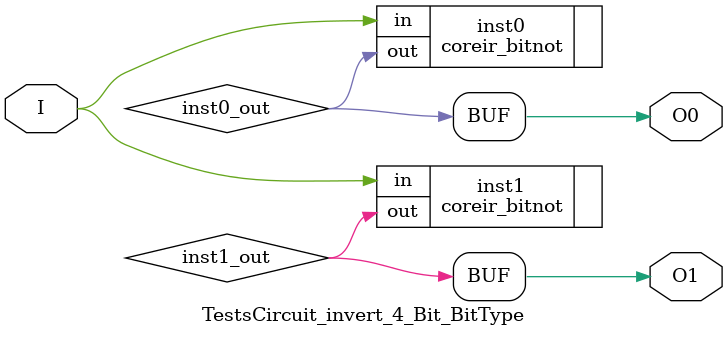
<source format=v>
module TestsCircuit_invert_4_Bit_BitType (input  I, output  O0, output  O1);
wire  inst0_out;
wire  inst1_out;
coreir_bitnot inst0 (.in(I), .out(inst0_out));
coreir_bitnot inst1 (.in(I), .out(inst1_out));
assign O0 = inst0_out;
assign O1 = inst1_out;
endmodule


</source>
